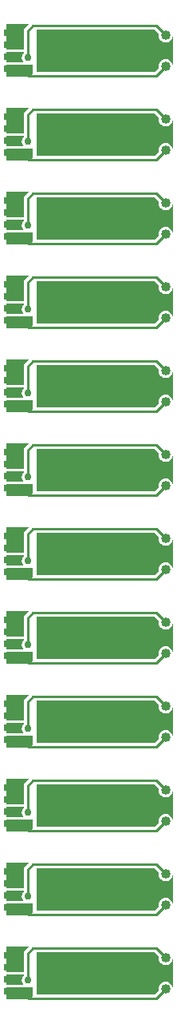
<source format=gbr>
G04 start of page 3 for group 1 idx 1 *
G04 Title: (unknown), bottom *
G04 Creator: pcb 20140316 *
G04 CreationDate: Wed 03 Jan 2018 02:51:44 AM GMT UTC *
G04 For: railfan *
G04 Format: Gerber/RS-274X *
G04 PCB-Dimensions (mil): 1000.00 4200.00 *
G04 PCB-Coordinate-Origin: lower left *
%MOIN*%
%FSLAX25Y25*%
%LNBOTTOM*%
%ADD29C,0.0200*%
%ADD28C,0.0140*%
%ADD27C,0.0310*%
%ADD26C,0.0400*%
%ADD25C,0.0300*%
%ADD24R,0.0284X0.0284*%
%ADD23C,0.0100*%
%ADD22C,0.0001*%
G54D22*G36*
X11000Y326500D02*X22000D01*
Y323119D01*
X21936Y323064D01*
X21783Y322884D01*
X21659Y322683D01*
X21569Y322465D01*
X21514Y322235D01*
X21495Y322000D01*
X21514Y321765D01*
X21569Y321535D01*
X21584Y321500D01*
X11000D01*
Y326500D01*
G37*
G36*
Y291500D02*X22000D01*
Y288119D01*
X21936Y288064D01*
X21783Y287884D01*
X21659Y287683D01*
X21569Y287465D01*
X21514Y287235D01*
X21495Y287000D01*
X21514Y286765D01*
X21569Y286535D01*
X21584Y286500D01*
X11000D01*
Y291500D01*
G37*
G36*
Y297000D02*X18100D01*
Y296536D01*
X18027Y296473D01*
X17771Y296174D01*
X17566Y295838D01*
X17415Y295475D01*
X17323Y295092D01*
X17292Y294700D01*
X17323Y294308D01*
X17415Y293925D01*
X17566Y293562D01*
X17771Y293226D01*
X18027Y292927D01*
X18326Y292671D01*
X18605Y292500D01*
X11000D01*
Y297000D01*
G37*
G36*
Y308500D02*X20096D01*
X18645Y307049D01*
X18594Y307006D01*
X18420Y306802D01*
X18281Y306574D01*
X18178Y306327D01*
X18116Y306067D01*
X18116Y306066D01*
X18095Y305800D01*
X18100Y305733D01*
Y298000D01*
X11000D01*
Y308500D01*
G37*
G36*
X80500Y304000D02*Y291000D01*
X80472Y291471D01*
X80362Y291930D01*
X80181Y292366D01*
X79935Y292769D01*
X79628Y293128D01*
X79269Y293435D01*
X78866Y293681D01*
X78430Y293862D01*
X77971Y293972D01*
X77500Y294009D01*
X77029Y293972D01*
X76570Y293862D01*
X76134Y293681D01*
X75731Y293435D01*
X75372Y293128D01*
X75065Y292769D01*
X74819Y292366D01*
X74638Y291930D01*
X74528Y291471D01*
X74491Y291000D01*
X74528Y290529D01*
X74601Y290223D01*
X72879Y288500D01*
X23500D01*
Y306400D01*
X72979D01*
X74601Y304777D01*
X74528Y304471D01*
X74491Y304000D01*
X74528Y303529D01*
X74638Y303070D01*
X74819Y302634D01*
X75065Y302231D01*
X75372Y301872D01*
X75731Y301565D01*
X76134Y301319D01*
X76570Y301138D01*
X77029Y301028D01*
X77500Y300991D01*
X77971Y301028D01*
X78430Y301138D01*
X78866Y301319D01*
X79269Y301565D01*
X79628Y301872D01*
X79935Y302231D01*
X80181Y302634D01*
X80362Y303070D01*
X80472Y303529D01*
X80500Y304000D01*
G37*
G36*
Y269000D02*Y256000D01*
X80472Y256471D01*
X80362Y256930D01*
X80181Y257366D01*
X79935Y257769D01*
X79628Y258128D01*
X79269Y258435D01*
X78866Y258681D01*
X78430Y258862D01*
X77971Y258972D01*
X77500Y259009D01*
X77029Y258972D01*
X76570Y258862D01*
X76134Y258681D01*
X75731Y258435D01*
X75372Y258128D01*
X75065Y257769D01*
X74819Y257366D01*
X74638Y256930D01*
X74528Y256471D01*
X74491Y256000D01*
X74528Y255529D01*
X74601Y255223D01*
X72879Y253500D01*
X23500D01*
Y271400D01*
X72979D01*
X74601Y269777D01*
X74528Y269471D01*
X74491Y269000D01*
X74528Y268529D01*
X74638Y268070D01*
X74819Y267634D01*
X75065Y267231D01*
X75372Y266872D01*
X75731Y266565D01*
X76134Y266319D01*
X76570Y266138D01*
X77029Y266028D01*
X77500Y265991D01*
X77971Y266028D01*
X78430Y266138D01*
X78866Y266319D01*
X79269Y266565D01*
X79628Y266872D01*
X79935Y267231D01*
X80181Y267634D01*
X80362Y268070D01*
X80472Y268529D01*
X80500Y269000D01*
G37*
G36*
X11000Y332000D02*X18100D01*
Y331536D01*
X18027Y331473D01*
X17771Y331174D01*
X17566Y330838D01*
X17415Y330475D01*
X17323Y330092D01*
X17292Y329700D01*
X17323Y329308D01*
X17415Y328925D01*
X17566Y328562D01*
X17771Y328226D01*
X18027Y327927D01*
X18326Y327671D01*
X18605Y327500D01*
X11000D01*
Y332000D01*
G37*
G36*
Y256500D02*X22000D01*
Y253119D01*
X21936Y253064D01*
X21783Y252884D01*
X21659Y252683D01*
X21569Y252465D01*
X21514Y252235D01*
X21495Y252000D01*
X21514Y251765D01*
X21569Y251535D01*
X21584Y251500D01*
X11000D01*
Y256500D01*
G37*
G36*
Y262000D02*X18100D01*
Y261536D01*
X18027Y261473D01*
X17771Y261174D01*
X17566Y260838D01*
X17415Y260475D01*
X17323Y260092D01*
X17292Y259700D01*
X17323Y259308D01*
X17415Y258925D01*
X17566Y258562D01*
X17771Y258226D01*
X18027Y257927D01*
X18326Y257671D01*
X18605Y257500D01*
X11000D01*
Y262000D01*
G37*
G36*
Y273500D02*X20096D01*
X18645Y272049D01*
X18594Y272006D01*
X18420Y271802D01*
X18281Y271574D01*
X18178Y271327D01*
X18116Y271067D01*
X18116Y271066D01*
X18095Y270800D01*
X18100Y270733D01*
Y263000D01*
X11000D01*
Y273500D01*
G37*
G36*
Y221500D02*X22000D01*
Y218119D01*
X21936Y218064D01*
X21783Y217884D01*
X21659Y217683D01*
X21569Y217465D01*
X21514Y217235D01*
X21495Y217000D01*
X21514Y216765D01*
X21569Y216535D01*
X21584Y216500D01*
X11000D01*
Y221500D01*
G37*
G36*
Y227000D02*X18100D01*
Y226536D01*
X18027Y226473D01*
X17771Y226174D01*
X17566Y225838D01*
X17415Y225475D01*
X17323Y225092D01*
X17292Y224700D01*
X17323Y224308D01*
X17415Y223925D01*
X17566Y223562D01*
X17771Y223226D01*
X18027Y222927D01*
X18326Y222671D01*
X18605Y222500D01*
X11000D01*
Y227000D01*
G37*
G36*
Y238500D02*X20096D01*
X18645Y237049D01*
X18594Y237006D01*
X18420Y236802D01*
X18281Y236574D01*
X18178Y236327D01*
X18116Y236067D01*
X18116Y236066D01*
X18095Y235800D01*
X18100Y235733D01*
Y228000D01*
X11000D01*
Y238500D01*
G37*
G36*
X80500Y409000D02*Y396000D01*
X80472Y396471D01*
X80362Y396930D01*
X80181Y397366D01*
X79935Y397769D01*
X79628Y398128D01*
X79269Y398435D01*
X78866Y398681D01*
X78430Y398862D01*
X77971Y398972D01*
X77500Y399009D01*
X77029Y398972D01*
X76570Y398862D01*
X76134Y398681D01*
X75731Y398435D01*
X75372Y398128D01*
X75065Y397769D01*
X74819Y397366D01*
X74638Y396930D01*
X74528Y396471D01*
X74491Y396000D01*
X74528Y395529D01*
X74601Y395223D01*
X72879Y393500D01*
X23500D01*
Y411400D01*
X72979D01*
X74601Y409777D01*
X74528Y409471D01*
X74491Y409000D01*
X74528Y408529D01*
X74638Y408070D01*
X74819Y407634D01*
X75065Y407231D01*
X75372Y406872D01*
X75731Y406565D01*
X76134Y406319D01*
X76570Y406138D01*
X77029Y406028D01*
X77500Y405991D01*
X77971Y406028D01*
X78430Y406138D01*
X78866Y406319D01*
X79269Y406565D01*
X79628Y406872D01*
X79935Y407231D01*
X80181Y407634D01*
X80362Y408070D01*
X80472Y408529D01*
X80500Y409000D01*
G37*
G36*
X11000Y396500D02*X22000D01*
Y393119D01*
X21936Y393064D01*
X21783Y392884D01*
X21659Y392683D01*
X21569Y392465D01*
X21514Y392235D01*
X21495Y392000D01*
X21514Y391765D01*
X21569Y391535D01*
X21584Y391500D01*
X11000D01*
Y396500D01*
G37*
G36*
Y402000D02*X18100D01*
Y401536D01*
X18027Y401473D01*
X17771Y401174D01*
X17566Y400838D01*
X17415Y400475D01*
X17323Y400092D01*
X17292Y399700D01*
X17323Y399308D01*
X17415Y398925D01*
X17566Y398562D01*
X17771Y398226D01*
X18027Y397927D01*
X18326Y397671D01*
X18605Y397500D01*
X11000D01*
Y402000D01*
G37*
G36*
Y413500D02*X20096D01*
X18645Y412049D01*
X18594Y412006D01*
X18420Y411802D01*
X18281Y411574D01*
X18178Y411327D01*
X18116Y411067D01*
X18116Y411066D01*
X18095Y410800D01*
X18100Y410733D01*
Y403000D01*
X11000D01*
Y413500D01*
G37*
G36*
Y361500D02*X22000D01*
Y358119D01*
X21936Y358064D01*
X21783Y357884D01*
X21659Y357683D01*
X21569Y357465D01*
X21514Y357235D01*
X21495Y357000D01*
X21514Y356765D01*
X21569Y356535D01*
X21584Y356500D01*
X11000D01*
Y361500D01*
G37*
G36*
Y367000D02*X18100D01*
Y366536D01*
X18027Y366473D01*
X17771Y366174D01*
X17566Y365838D01*
X17415Y365475D01*
X17323Y365092D01*
X17292Y364700D01*
X17323Y364308D01*
X17415Y363925D01*
X17566Y363562D01*
X17771Y363226D01*
X18027Y362927D01*
X18326Y362671D01*
X18605Y362500D01*
X11000D01*
Y367000D01*
G37*
G36*
Y378500D02*X20096D01*
X18645Y377049D01*
X18594Y377006D01*
X18420Y376802D01*
X18281Y376574D01*
X18178Y376327D01*
X18116Y376067D01*
X18116Y376066D01*
X18095Y375800D01*
X18100Y375733D01*
Y368000D01*
X11000D01*
Y378500D01*
G37*
G36*
X80500Y374000D02*Y361000D01*
X80472Y361471D01*
X80362Y361930D01*
X80181Y362366D01*
X79935Y362769D01*
X79628Y363128D01*
X79269Y363435D01*
X78866Y363681D01*
X78430Y363862D01*
X77971Y363972D01*
X77500Y364009D01*
X77029Y363972D01*
X76570Y363862D01*
X76134Y363681D01*
X75731Y363435D01*
X75372Y363128D01*
X75065Y362769D01*
X74819Y362366D01*
X74638Y361930D01*
X74528Y361471D01*
X74491Y361000D01*
X74528Y360529D01*
X74601Y360223D01*
X72879Y358500D01*
X23500D01*
Y376400D01*
X72979D01*
X74601Y374777D01*
X74528Y374471D01*
X74491Y374000D01*
X74528Y373529D01*
X74638Y373070D01*
X74819Y372634D01*
X75065Y372231D01*
X75372Y371872D01*
X75731Y371565D01*
X76134Y371319D01*
X76570Y371138D01*
X77029Y371028D01*
X77500Y370991D01*
X77971Y371028D01*
X78430Y371138D01*
X78866Y371319D01*
X79269Y371565D01*
X79628Y371872D01*
X79935Y372231D01*
X80181Y372634D01*
X80362Y373070D01*
X80472Y373529D01*
X80500Y374000D01*
G37*
G36*
X11000Y343500D02*X20096D01*
X18645Y342049D01*
X18594Y342006D01*
X18420Y341802D01*
X18281Y341574D01*
X18178Y341327D01*
X18116Y341067D01*
X18116Y341066D01*
X18095Y340800D01*
X18100Y340733D01*
Y333000D01*
X11000D01*
Y343500D01*
G37*
G36*
X80500Y339000D02*Y326000D01*
X80472Y326471D01*
X80362Y326930D01*
X80181Y327366D01*
X79935Y327769D01*
X79628Y328128D01*
X79269Y328435D01*
X78866Y328681D01*
X78430Y328862D01*
X77971Y328972D01*
X77500Y329009D01*
X77029Y328972D01*
X76570Y328862D01*
X76134Y328681D01*
X75731Y328435D01*
X75372Y328128D01*
X75065Y327769D01*
X74819Y327366D01*
X74638Y326930D01*
X74528Y326471D01*
X74491Y326000D01*
X74528Y325529D01*
X74601Y325223D01*
X72879Y323500D01*
X23500D01*
Y341400D01*
X72979D01*
X74601Y339777D01*
X74528Y339471D01*
X74491Y339000D01*
X74528Y338529D01*
X74638Y338070D01*
X74819Y337634D01*
X75065Y337231D01*
X75372Y336872D01*
X75731Y336565D01*
X76134Y336319D01*
X76570Y336138D01*
X77029Y336028D01*
X77500Y335991D01*
X77971Y336028D01*
X78430Y336138D01*
X78866Y336319D01*
X79269Y336565D01*
X79628Y336872D01*
X79935Y337231D01*
X80181Y337634D01*
X80362Y338070D01*
X80472Y338529D01*
X80500Y339000D01*
G37*
G36*
Y234000D02*Y221000D01*
X80472Y221471D01*
X80362Y221930D01*
X80181Y222366D01*
X79935Y222769D01*
X79628Y223128D01*
X79269Y223435D01*
X78866Y223681D01*
X78430Y223862D01*
X77971Y223972D01*
X77500Y224009D01*
X77029Y223972D01*
X76570Y223862D01*
X76134Y223681D01*
X75731Y223435D01*
X75372Y223128D01*
X75065Y222769D01*
X74819Y222366D01*
X74638Y221930D01*
X74528Y221471D01*
X74491Y221000D01*
X74528Y220529D01*
X74601Y220223D01*
X72879Y218500D01*
X23500D01*
Y236400D01*
X72979D01*
X74601Y234777D01*
X74528Y234471D01*
X74491Y234000D01*
X74528Y233529D01*
X74638Y233070D01*
X74819Y232634D01*
X75065Y232231D01*
X75372Y231872D01*
X75731Y231565D01*
X76134Y231319D01*
X76570Y231138D01*
X77029Y231028D01*
X77500Y230991D01*
X77971Y231028D01*
X78430Y231138D01*
X78866Y231319D01*
X79269Y231565D01*
X79628Y231872D01*
X79935Y232231D01*
X80181Y232634D01*
X80362Y233070D01*
X80472Y233529D01*
X80500Y234000D01*
G37*
G36*
X11000Y186500D02*X22000D01*
Y183119D01*
X21936Y183064D01*
X21783Y182884D01*
X21659Y182683D01*
X21569Y182465D01*
X21514Y182235D01*
X21495Y182000D01*
X21514Y181765D01*
X21569Y181535D01*
X21584Y181500D01*
X11000D01*
Y186500D01*
G37*
G36*
Y151500D02*X22000D01*
Y148119D01*
X21936Y148064D01*
X21783Y147884D01*
X21659Y147683D01*
X21569Y147465D01*
X21514Y147235D01*
X21495Y147000D01*
X21514Y146765D01*
X21569Y146535D01*
X21584Y146500D01*
X11000D01*
Y151500D01*
G37*
G36*
Y157000D02*X18100D01*
Y156536D01*
X18027Y156473D01*
X17771Y156174D01*
X17566Y155838D01*
X17415Y155475D01*
X17323Y155092D01*
X17292Y154700D01*
X17323Y154308D01*
X17415Y153925D01*
X17566Y153562D01*
X17771Y153226D01*
X18027Y152927D01*
X18326Y152671D01*
X18605Y152500D01*
X11000D01*
Y157000D01*
G37*
G36*
Y168500D02*X20096D01*
X18645Y167049D01*
X18594Y167006D01*
X18420Y166802D01*
X18281Y166574D01*
X18178Y166327D01*
X18116Y166067D01*
X18116Y166066D01*
X18095Y165800D01*
X18100Y165733D01*
Y158000D01*
X11000D01*
Y168500D01*
G37*
G36*
X80500Y164000D02*Y151000D01*
X80472Y151471D01*
X80362Y151930D01*
X80181Y152366D01*
X79935Y152769D01*
X79628Y153128D01*
X79269Y153435D01*
X78866Y153681D01*
X78430Y153862D01*
X77971Y153972D01*
X77500Y154009D01*
X77029Y153972D01*
X76570Y153862D01*
X76134Y153681D01*
X75731Y153435D01*
X75372Y153128D01*
X75065Y152769D01*
X74819Y152366D01*
X74638Y151930D01*
X74528Y151471D01*
X74491Y151000D01*
X74528Y150529D01*
X74601Y150223D01*
X72879Y148500D01*
X23500D01*
Y166400D01*
X72979D01*
X74601Y164777D01*
X74528Y164471D01*
X74491Y164000D01*
X74528Y163529D01*
X74638Y163070D01*
X74819Y162634D01*
X75065Y162231D01*
X75372Y161872D01*
X75731Y161565D01*
X76134Y161319D01*
X76570Y161138D01*
X77029Y161028D01*
X77500Y160991D01*
X77971Y161028D01*
X78430Y161138D01*
X78866Y161319D01*
X79269Y161565D01*
X79628Y161872D01*
X79935Y162231D01*
X80181Y162634D01*
X80362Y163070D01*
X80472Y163529D01*
X80500Y164000D01*
G37*
G36*
X11000Y192000D02*X18100D01*
Y191536D01*
X18027Y191473D01*
X17771Y191174D01*
X17566Y190838D01*
X17415Y190475D01*
X17323Y190092D01*
X17292Y189700D01*
X17323Y189308D01*
X17415Y188925D01*
X17566Y188562D01*
X17771Y188226D01*
X18027Y187927D01*
X18326Y187671D01*
X18605Y187500D01*
X11000D01*
Y192000D01*
G37*
G36*
Y203500D02*X20096D01*
X18645Y202049D01*
X18594Y202006D01*
X18420Y201802D01*
X18281Y201574D01*
X18178Y201327D01*
X18116Y201067D01*
X18116Y201066D01*
X18095Y200800D01*
X18100Y200733D01*
Y193000D01*
X11000D01*
Y203500D01*
G37*
G36*
X80500Y199000D02*Y186000D01*
X80472Y186471D01*
X80362Y186930D01*
X80181Y187366D01*
X79935Y187769D01*
X79628Y188128D01*
X79269Y188435D01*
X78866Y188681D01*
X78430Y188862D01*
X77971Y188972D01*
X77500Y189009D01*
X77029Y188972D01*
X76570Y188862D01*
X76134Y188681D01*
X75731Y188435D01*
X75372Y188128D01*
X75065Y187769D01*
X74819Y187366D01*
X74638Y186930D01*
X74528Y186471D01*
X74491Y186000D01*
X74528Y185529D01*
X74601Y185223D01*
X72879Y183500D01*
X23500D01*
Y201400D01*
X72979D01*
X74601Y199777D01*
X74528Y199471D01*
X74491Y199000D01*
X74528Y198529D01*
X74638Y198070D01*
X74819Y197634D01*
X75065Y197231D01*
X75372Y196872D01*
X75731Y196565D01*
X76134Y196319D01*
X76570Y196138D01*
X77029Y196028D01*
X77500Y195991D01*
X77971Y196028D01*
X78430Y196138D01*
X78866Y196319D01*
X79269Y196565D01*
X79628Y196872D01*
X79935Y197231D01*
X80181Y197634D01*
X80362Y198070D01*
X80472Y198529D01*
X80500Y199000D01*
G37*
G36*
X11000Y116500D02*X22000D01*
Y113119D01*
X21936Y113064D01*
X21783Y112884D01*
X21659Y112683D01*
X21569Y112465D01*
X21514Y112235D01*
X21495Y112000D01*
X21514Y111765D01*
X21569Y111535D01*
X21584Y111500D01*
X11000D01*
Y116500D01*
G37*
G36*
Y81500D02*X22000D01*
Y78119D01*
X21936Y78064D01*
X21783Y77884D01*
X21659Y77683D01*
X21569Y77465D01*
X21514Y77235D01*
X21495Y77000D01*
X21514Y76765D01*
X21569Y76535D01*
X21584Y76500D01*
X11000D01*
Y81500D01*
G37*
G36*
Y87000D02*X18100D01*
Y86536D01*
X18027Y86473D01*
X17771Y86174D01*
X17566Y85838D01*
X17415Y85475D01*
X17323Y85092D01*
X17292Y84700D01*
X17323Y84308D01*
X17415Y83925D01*
X17566Y83562D01*
X17771Y83226D01*
X18027Y82927D01*
X18326Y82671D01*
X18605Y82500D01*
X11000D01*
Y87000D01*
G37*
G36*
Y98500D02*X20096D01*
X18645Y97049D01*
X18594Y97006D01*
X18420Y96802D01*
X18281Y96574D01*
X18178Y96327D01*
X18116Y96067D01*
X18116Y96066D01*
X18095Y95800D01*
X18100Y95733D01*
Y88000D01*
X11000D01*
Y98500D01*
G37*
G36*
X80500Y94000D02*Y81000D01*
X80472Y81471D01*
X80362Y81930D01*
X80181Y82366D01*
X79935Y82769D01*
X79628Y83128D01*
X79269Y83435D01*
X78866Y83681D01*
X78430Y83862D01*
X77971Y83972D01*
X77500Y84009D01*
X77029Y83972D01*
X76570Y83862D01*
X76134Y83681D01*
X75731Y83435D01*
X75372Y83128D01*
X75065Y82769D01*
X74819Y82366D01*
X74638Y81930D01*
X74528Y81471D01*
X74491Y81000D01*
X74528Y80529D01*
X74601Y80223D01*
X72879Y78500D01*
X23500D01*
Y96400D01*
X72979D01*
X74601Y94777D01*
X74528Y94471D01*
X74491Y94000D01*
X74528Y93529D01*
X74638Y93070D01*
X74819Y92634D01*
X75065Y92231D01*
X75372Y91872D01*
X75731Y91565D01*
X76134Y91319D01*
X76570Y91138D01*
X77029Y91028D01*
X77500Y90991D01*
X77971Y91028D01*
X78430Y91138D01*
X78866Y91319D01*
X79269Y91565D01*
X79628Y91872D01*
X79935Y92231D01*
X80181Y92634D01*
X80362Y93070D01*
X80472Y93529D01*
X80500Y94000D01*
G37*
G36*
Y59000D02*Y46000D01*
X80472Y46471D01*
X80362Y46930D01*
X80181Y47366D01*
X79935Y47769D01*
X79628Y48128D01*
X79269Y48435D01*
X78866Y48681D01*
X78430Y48862D01*
X77971Y48972D01*
X77500Y49009D01*
X77029Y48972D01*
X76570Y48862D01*
X76134Y48681D01*
X75731Y48435D01*
X75372Y48128D01*
X75065Y47769D01*
X74819Y47366D01*
X74638Y46930D01*
X74528Y46471D01*
X74491Y46000D01*
X74528Y45529D01*
X74601Y45223D01*
X72879Y43500D01*
X23500D01*
Y61400D01*
X72979D01*
X74601Y59777D01*
X74528Y59471D01*
X74491Y59000D01*
X74528Y58529D01*
X74638Y58070D01*
X74819Y57634D01*
X75065Y57231D01*
X75372Y56872D01*
X75731Y56565D01*
X76134Y56319D01*
X76570Y56138D01*
X77029Y56028D01*
X77500Y55991D01*
X77971Y56028D01*
X78430Y56138D01*
X78866Y56319D01*
X79269Y56565D01*
X79628Y56872D01*
X79935Y57231D01*
X80181Y57634D01*
X80362Y58070D01*
X80472Y58529D01*
X80500Y59000D01*
G37*
G36*
X11000Y122000D02*X18100D01*
Y121536D01*
X18027Y121473D01*
X17771Y121174D01*
X17566Y120838D01*
X17415Y120475D01*
X17323Y120092D01*
X17292Y119700D01*
X17323Y119308D01*
X17415Y118925D01*
X17566Y118562D01*
X17771Y118226D01*
X18027Y117927D01*
X18326Y117671D01*
X18605Y117500D01*
X11000D01*
Y122000D01*
G37*
G36*
Y133500D02*X20096D01*
X18645Y132049D01*
X18594Y132006D01*
X18420Y131802D01*
X18281Y131574D01*
X18178Y131327D01*
X18116Y131067D01*
X18116Y131066D01*
X18095Y130800D01*
X18100Y130733D01*
Y123000D01*
X11000D01*
Y133500D01*
G37*
G36*
X80500Y129000D02*Y116000D01*
X80472Y116471D01*
X80362Y116930D01*
X80181Y117366D01*
X79935Y117769D01*
X79628Y118128D01*
X79269Y118435D01*
X78866Y118681D01*
X78430Y118862D01*
X77971Y118972D01*
X77500Y119009D01*
X77029Y118972D01*
X76570Y118862D01*
X76134Y118681D01*
X75731Y118435D01*
X75372Y118128D01*
X75065Y117769D01*
X74819Y117366D01*
X74638Y116930D01*
X74528Y116471D01*
X74491Y116000D01*
X74528Y115529D01*
X74601Y115223D01*
X72879Y113500D01*
X23500D01*
Y131400D01*
X72979D01*
X74601Y129777D01*
X74528Y129471D01*
X74491Y129000D01*
X74528Y128529D01*
X74638Y128070D01*
X74819Y127634D01*
X75065Y127231D01*
X75372Y126872D01*
X75731Y126565D01*
X76134Y126319D01*
X76570Y126138D01*
X77029Y126028D01*
X77500Y125991D01*
X77971Y126028D01*
X78430Y126138D01*
X78866Y126319D01*
X79269Y126565D01*
X79628Y126872D01*
X79935Y127231D01*
X80181Y127634D01*
X80362Y128070D01*
X80472Y128529D01*
X80500Y129000D01*
G37*
G36*
X11000Y46500D02*X22000D01*
Y43119D01*
X21936Y43064D01*
X21783Y42884D01*
X21659Y42683D01*
X21569Y42465D01*
X21514Y42235D01*
X21495Y42000D01*
X21514Y41765D01*
X21569Y41535D01*
X21584Y41500D01*
X11000D01*
Y46500D01*
G37*
G36*
Y52000D02*X18100D01*
Y51536D01*
X18027Y51473D01*
X17771Y51174D01*
X17566Y50838D01*
X17415Y50475D01*
X17323Y50092D01*
X17292Y49700D01*
X17323Y49308D01*
X17415Y48925D01*
X17566Y48562D01*
X17771Y48226D01*
X18027Y47927D01*
X18326Y47671D01*
X18605Y47500D01*
X11000D01*
Y52000D01*
G37*
G36*
Y63500D02*X20096D01*
X18645Y62049D01*
X18594Y62006D01*
X18420Y61802D01*
X18281Y61574D01*
X18178Y61327D01*
X18116Y61067D01*
X18116Y61066D01*
X18095Y60800D01*
X18100Y60733D01*
Y53000D01*
X11000D01*
Y63500D01*
G37*
G36*
Y11500D02*X22000D01*
Y8119D01*
X21936Y8064D01*
X21783Y7884D01*
X21659Y7683D01*
X21569Y7465D01*
X21514Y7235D01*
X21495Y7000D01*
X21514Y6765D01*
X21569Y6535D01*
X21584Y6500D01*
X11000D01*
Y11500D01*
G37*
G36*
Y17000D02*X18100D01*
Y16536D01*
X18027Y16473D01*
X17771Y16174D01*
X17566Y15838D01*
X17415Y15475D01*
X17323Y15092D01*
X17292Y14700D01*
X17323Y14308D01*
X17415Y13925D01*
X17566Y13562D01*
X17771Y13226D01*
X18027Y12927D01*
X18326Y12671D01*
X18605Y12500D01*
X11000D01*
Y17000D01*
G37*
G36*
Y28500D02*X20096D01*
X18645Y27049D01*
X18594Y27006D01*
X18420Y26802D01*
X18281Y26574D01*
X18178Y26327D01*
X18116Y26067D01*
X18116Y26066D01*
X18095Y25800D01*
X18100Y25733D01*
Y18000D01*
X11000D01*
Y28500D01*
G37*
G36*
X80500Y24000D02*Y11000D01*
X80472Y11471D01*
X80362Y11930D01*
X80181Y12366D01*
X79935Y12769D01*
X79628Y13128D01*
X79269Y13435D01*
X78866Y13681D01*
X78430Y13862D01*
X77971Y13972D01*
X77500Y14009D01*
X77029Y13972D01*
X76570Y13862D01*
X76134Y13681D01*
X75731Y13435D01*
X75372Y13128D01*
X75065Y12769D01*
X74819Y12366D01*
X74638Y11930D01*
X74528Y11471D01*
X74491Y11000D01*
X74528Y10529D01*
X74601Y10223D01*
X72879Y8500D01*
X23500D01*
Y26400D01*
X72979D01*
X74601Y24777D01*
X74528Y24471D01*
X74491Y24000D01*
X74528Y23529D01*
X74638Y23070D01*
X74819Y22634D01*
X75065Y22231D01*
X75372Y21872D01*
X75731Y21565D01*
X76134Y21319D01*
X76570Y21138D01*
X77029Y21028D01*
X77500Y20991D01*
X77971Y21028D01*
X78430Y21138D01*
X78866Y21319D01*
X79269Y21565D01*
X79628Y21872D01*
X79935Y22231D01*
X80181Y22634D01*
X80362Y23070D01*
X80472Y23529D01*
X80500Y24000D01*
G37*
G54D23*X20000Y217000D02*X23500D01*
X23000D02*X73500D01*
X77500Y221000D01*
X19800Y224700D02*Y235800D01*
X22000Y238000D01*
X73500D01*
X77500Y234000D01*
X22000Y203000D02*X73500D01*
X20000Y182000D02*X23500D01*
X19800Y189700D02*Y200800D01*
X22000Y203000D01*
X19800Y154700D02*Y165800D01*
X22000Y168000D01*
X73500Y203000D02*X77500Y199000D01*
X73500Y182000D02*X77500Y186000D01*
X73500Y168000D02*X77500Y164000D01*
X73500Y147000D02*X77500Y151000D01*
X23000Y182000D02*X73500D01*
X22000Y168000D02*X73500D01*
X23000Y147000D02*X73500D01*
X20000D02*X23500D01*
X20000Y112000D02*X23500D01*
X19800Y119700D02*Y130800D01*
X22000Y133000D01*
X73500D01*
X77500Y129000D01*
X23000Y112000D02*X73500D01*
X77500Y116000D01*
X22000Y98000D02*X73500D01*
X77500Y94000D01*
X23000Y77000D02*X73500D01*
X77500Y81000D01*
X20000Y77000D02*X23500D01*
X19800Y84700D02*Y95800D01*
X22000Y98000D01*
X19800Y49700D02*Y60800D01*
X22000Y63000D01*
X73500D01*
X77500Y59000D01*
X73500Y42000D02*X77500Y46000D01*
X73500Y28000D02*X77500Y24000D01*
X23000Y42000D02*X73500D01*
X20000D02*X23500D01*
X20000Y7000D02*X23500D01*
X19800Y14700D02*Y25800D01*
X22000Y28000D01*
X73500D01*
X23000Y7000D02*X73500D01*
X77500Y11000D01*
X20000Y357000D02*X23500D01*
X23000D02*X73500D01*
X22000Y343000D02*X73500D01*
X19800Y364700D02*Y375800D01*
X20000Y322000D02*X23500D01*
X19800Y329700D02*Y340800D01*
X22000Y343000D01*
X73500Y357000D02*X77500Y361000D01*
X73500Y343000D02*X77500Y339000D01*
X23000Y322000D02*X73500D01*
X77500Y326000D01*
X22000Y413000D02*X73500D01*
X77500Y409000D01*
X23000Y392000D02*X73500D01*
X77500Y396000D01*
X20000Y392000D02*X23500D01*
X19800Y399700D02*Y410800D01*
X22000Y413000D01*
X19800Y375800D02*X22000Y378000D01*
X73500D01*
X77500Y374000D01*
X20000Y287000D02*X23500D01*
X23000D02*X73500D01*
X22000Y273000D02*X73500D01*
X19800Y294700D02*Y305800D01*
X20000Y252000D02*X23500D01*
X19800Y259700D02*Y270800D01*
X22000Y273000D01*
X19800Y305800D02*X22000Y308000D01*
X73500D01*
X77500Y304000D01*
X73500Y287000D02*X77500Y291000D01*
X73500Y273000D02*X77500Y269000D01*
X23000Y252000D02*X73500D01*
X77500Y256000D01*
G54D24*X11419Y325000D02*X13337D01*
X11419Y330000D02*X13337D01*
X11419Y340000D02*X13337D01*
X11419Y335000D02*X13337D01*
X11419Y410000D02*X13337D01*
X11419Y405000D02*X13337D01*
X11419Y400000D02*X13337D01*
X11419Y395000D02*X13337D01*
X11419Y360000D02*X13337D01*
X11419Y375000D02*X13337D01*
X11419Y370000D02*X13337D01*
X11419Y365000D02*X13337D01*
X11419Y295000D02*X13337D01*
X11419Y290000D02*X13337D01*
X11419Y305000D02*X13337D01*
X11419Y300000D02*X13337D01*
X11419Y270000D02*X13337D01*
X11419Y265000D02*X13337D01*
X11419Y260000D02*X13337D01*
X11419Y255000D02*X13337D01*
X11419Y185000D02*X13337D01*
X11419Y200000D02*X13337D01*
X11419Y195000D02*X13337D01*
X11419Y190000D02*X13337D01*
X11419Y220000D02*X13337D01*
X11419Y235000D02*X13337D01*
X11419Y230000D02*X13337D01*
X11419Y225000D02*X13337D01*
X11419Y150000D02*X13337D01*
X11419Y155000D02*X13337D01*
X11419Y160000D02*X13337D01*
X11419Y165000D02*X13337D01*
X11419Y120000D02*X13337D01*
X11419Y115000D02*X13337D01*
X11419Y130000D02*X13337D01*
X11419Y125000D02*X13337D01*
X11419Y80000D02*X13337D01*
X11419Y95000D02*X13337D01*
X11419Y90000D02*X13337D01*
X11419Y85000D02*X13337D01*
X11419Y45000D02*X13337D01*
X11419Y60000D02*X13337D01*
X11419Y55000D02*X13337D01*
X11419Y50000D02*X13337D01*
X11419Y15000D02*X13337D01*
X11419Y10000D02*X13337D01*
X11419Y25000D02*X13337D01*
X11419Y20000D02*X13337D01*
G54D25*X51500Y228500D03*
Y224500D03*
Y193500D03*
Y189500D03*
X29900Y230300D03*
X19800Y224700D03*
X26200Y230300D03*
X51500Y158500D03*
Y154500D03*
Y123500D03*
Y119500D03*
G54D26*X77500Y269000D03*
Y262500D03*
Y256000D03*
Y234000D03*
Y227500D03*
Y221000D03*
Y199000D03*
Y186000D03*
Y192500D03*
G54D25*X29900Y195300D03*
X19800Y189700D03*
X26200Y195300D03*
X29900Y160300D03*
X26200D03*
X19800Y154700D03*
X29900Y125300D03*
Y55300D03*
Y20300D03*
X19800Y119700D03*
Y49700D03*
Y14700D03*
X26200Y125300D03*
Y55300D03*
Y20300D03*
X29900Y90300D03*
X19800Y84700D03*
X26200Y90300D03*
X51500Y88500D03*
Y84500D03*
Y53500D03*
Y49500D03*
Y18500D03*
Y14500D03*
G54D26*X77500Y164000D03*
Y151000D03*
Y129000D03*
Y122500D03*
Y157500D03*
Y116000D03*
Y94000D03*
Y81000D03*
Y87500D03*
Y59000D03*
Y52500D03*
Y46000D03*
Y24000D03*
Y11000D03*
Y17500D03*
G54D25*X51500Y263500D03*
Y259500D03*
Y333500D03*
Y329500D03*
Y298500D03*
Y294500D03*
Y368500D03*
Y364500D03*
X29900Y370300D03*
X19800Y364700D03*
X26200Y370300D03*
X29900Y335300D03*
Y300300D03*
Y265300D03*
X19800Y329700D03*
Y294700D03*
Y259700D03*
X26200Y335300D03*
Y300300D03*
Y265300D03*
X51500Y403500D03*
X29900Y405300D03*
X26200D03*
G54D26*X77500Y409000D03*
Y402500D03*
G54D25*X51500Y399500D03*
X19800Y399700D03*
G54D26*X77500Y396000D03*
Y374000D03*
Y361000D03*
Y339000D03*
Y332500D03*
Y367500D03*
Y326000D03*
Y304000D03*
Y291000D03*
Y297500D03*
G54D27*G54D28*G54D27*G54D28*G54D27*G54D28*G54D29*G54D28*G54D27*G54D28*G54D29*G54D27*G54D28*G54D27*G54D28*G54D27*G54D28*G54D27*G54D28*G54D27*G54D28*G54D29*G54D28*G54D29*M02*

</source>
